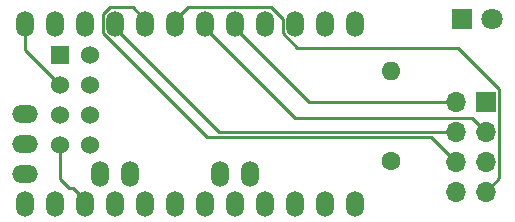
<source format=gbr>
G04 #@! TF.GenerationSoftware,KiCad,Pcbnew,5.1.2*
G04 #@! TF.CreationDate,2019-11-12T19:34:36-05:00*
G04 #@! TF.ProjectId,VS_robot_receiver,56535f72-6f62-46f7-945f-726563656976,rev?*
G04 #@! TF.SameCoordinates,Original*
G04 #@! TF.FileFunction,Copper,L2,Bot*
G04 #@! TF.FilePolarity,Positive*
%FSLAX46Y46*%
G04 Gerber Fmt 4.6, Leading zero omitted, Abs format (unit mm)*
G04 Created by KiCad (PCBNEW 5.1.2) date 2019-11-12 19:34:36*
%MOMM*%
%LPD*%
G04 APERTURE LIST*
%ADD10R,1.524000X1.524000*%
%ADD11C,1.524000*%
%ADD12R,1.800000X1.800000*%
%ADD13C,1.800000*%
%ADD14R,1.700000X1.700000*%
%ADD15O,1.700000X1.700000*%
%ADD16O,1.501140X2.199640*%
%ADD17O,2.199640X1.501140*%
%ADD18C,1.600000*%
%ADD19O,1.600000X1.600000*%
%ADD20C,0.250000*%
G04 APERTURE END LIST*
D10*
X136000000Y-99000000D03*
D11*
X138540000Y-99000000D03*
X136000000Y-101540000D03*
X138540000Y-101540000D03*
X136000000Y-104080000D03*
X138540000Y-104080000D03*
X136000000Y-106620000D03*
X138540000Y-106620000D03*
D12*
X170000000Y-96000000D03*
D13*
X172540000Y-96000000D03*
D14*
X172000000Y-103000000D03*
D15*
X169460000Y-103000000D03*
X172000000Y-105540000D03*
X169460000Y-105540000D03*
X172000000Y-108080000D03*
X169460000Y-108080000D03*
X172000000Y-110620000D03*
X169460000Y-110620000D03*
D16*
X141920000Y-109080000D03*
X139380000Y-109080000D03*
X160970000Y-96380000D03*
X158430000Y-96380000D03*
X155890000Y-96380000D03*
X153350000Y-96380000D03*
X150810000Y-96380000D03*
X148270000Y-96380000D03*
X145730000Y-96380000D03*
X143190000Y-96380000D03*
X140650000Y-96380000D03*
X138110000Y-96380000D03*
X135570000Y-96380000D03*
X133030000Y-96380000D03*
X133030000Y-111620000D03*
X135570000Y-111620000D03*
X138110000Y-111620000D03*
X140650000Y-111620000D03*
X143190000Y-111620000D03*
X145730000Y-111620000D03*
X148270000Y-111620000D03*
X150810000Y-111620000D03*
X153350000Y-111620000D03*
X155890000Y-111620000D03*
X158430000Y-111620000D03*
X160970000Y-111620000D03*
X149540000Y-109080000D03*
X152080000Y-109080000D03*
D17*
X133030000Y-109080000D03*
X133030000Y-106540000D03*
X133030000Y-104000000D03*
D18*
X164000000Y-108000000D03*
D19*
X164000000Y-100380000D03*
D20*
X150810000Y-96729250D02*
X150810000Y-96380000D01*
X157080750Y-103000000D02*
X150810000Y-96729250D01*
X169460000Y-103000000D02*
X157080750Y-103000000D01*
X155905749Y-104364999D02*
X148270000Y-96729250D01*
X170824999Y-104364999D02*
X155905749Y-104364999D01*
X148270000Y-96729250D02*
X148270000Y-96380000D01*
X172000000Y-105540000D02*
X170824999Y-104364999D01*
X140650000Y-96729250D02*
X140650000Y-96380000D01*
X149460750Y-105540000D02*
X140650000Y-96729250D01*
X169460000Y-105540000D02*
X149460750Y-105540000D01*
X143190000Y-96030750D02*
X143190000Y-96380000D01*
X142114420Y-94955170D02*
X143190000Y-96030750D01*
X140204481Y-94955170D02*
X142114420Y-94955170D01*
X139574420Y-95585231D02*
X140204481Y-94955170D01*
X139574420Y-97174769D02*
X139574420Y-95585231D01*
X167370010Y-105990010D02*
X148389661Y-105990010D01*
X148389661Y-105990010D02*
X139574420Y-97174769D01*
X169460000Y-108080000D02*
X167370010Y-105990010D01*
X145730000Y-96030750D02*
X145730000Y-96380000D01*
X146805580Y-94955170D02*
X145730000Y-96030750D01*
X154814420Y-95974071D02*
X153795519Y-94955170D01*
X154814420Y-97174769D02*
X154814420Y-95974071D01*
X156064652Y-98425001D02*
X154814420Y-97174769D01*
X169710003Y-98425001D02*
X156064652Y-98425001D01*
X153795519Y-94955170D02*
X146805580Y-94955170D01*
X173175001Y-101889999D02*
X169710003Y-98425001D01*
X173175001Y-109444999D02*
X173175001Y-101889999D01*
X172000000Y-110620000D02*
X173175001Y-109444999D01*
X133030000Y-98570000D02*
X133030000Y-96380000D01*
X136000000Y-101540000D02*
X133030000Y-98570000D01*
X138110000Y-111270750D02*
X138110000Y-111620000D01*
X137109430Y-110270180D02*
X138110000Y-111270750D01*
X136760180Y-110270180D02*
X137109430Y-110270180D01*
X136000000Y-109510000D02*
X136760180Y-110270180D01*
X136000000Y-106620000D02*
X136000000Y-109510000D01*
M02*

</source>
